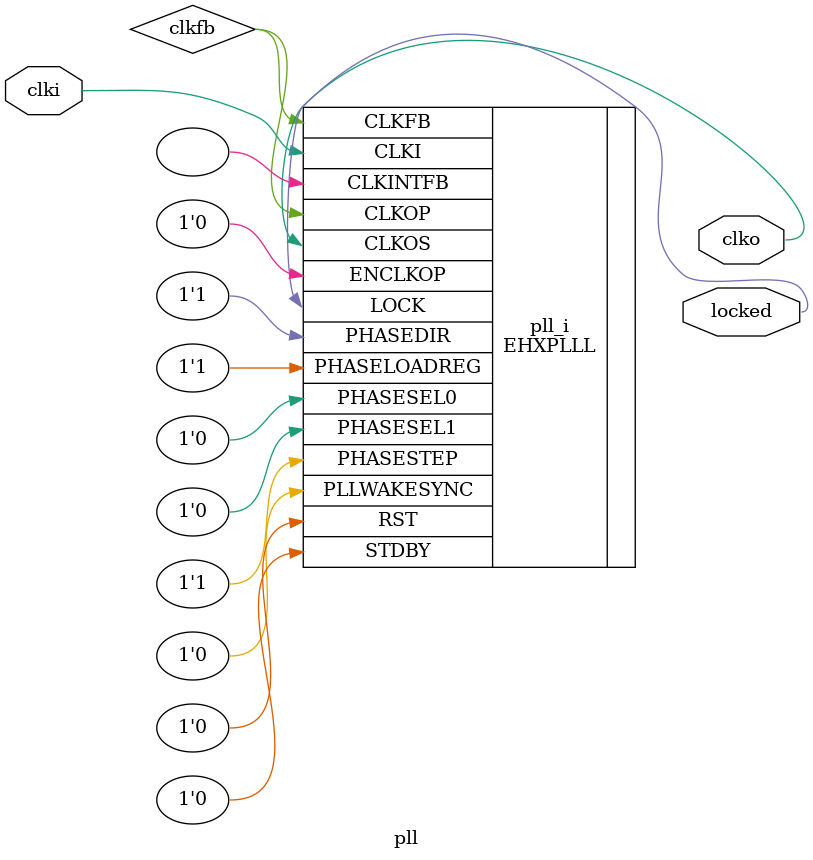
<source format=v>
module pll #(
    parameter freq = 25
) (
    input clki, // 48 MHz, 0 deg
    output clko, // 50 MHz, 0 deg
    output locked
);
wire clkfb;
(* FREQUENCY_PIN_CLKI="48" *)
(* FREQUENCY_PIN_CLKOS="50" *)
(* ICP_CURRENT="12" *) (* LPF_RESISTOR="8" *) (* MFG_ENABLE_FILTEROPAMP="1" *) (* MFG_GMCREF_SEL="2" *)
EHXPLLL #(
        .PLLRST_ENA("DISABLED"),
        .INTFB_WAKE("DISABLED"),
        .STDBY_ENABLE("DISABLED"),
        .DPHASE_SOURCE("DISABLED"),
        .OUTDIVIDER_MUXA("DIVA"),
        .OUTDIVIDER_MUXB("DIVB"),
        .OUTDIVIDER_MUXC("DIVC"),
        .OUTDIVIDER_MUXD("DIVD"),
        .CLKI_DIV(2),
        .CLKOP_ENABLE("ENABLED"),
        .CLKOP_DIV(25),
        .CLKOP_CPHASE(9),
        .CLKOP_FPHASE(0),
        .CLKOS_ENABLE("ENABLED"),
        .CLKOS_DIV(12),
        .CLKOS_CPHASE(0),
        .CLKOS_FPHASE(0),
        .FEEDBK_PATH("CLKOP"),
        .CLKFB_DIV(1)
    ) pll_i (
        .RST(1'b0),
        .STDBY(1'b0),
        .CLKI(clki),
        .CLKOP(clkfb),
        .CLKOS(clko),
        .CLKFB(clkfb),
        .CLKINTFB(),
        .PHASESEL0(1'b0),
        .PHASESEL1(1'b0),
        .PHASEDIR(1'b1),
        .PHASESTEP(1'b1),
        .PHASELOADREG(1'b1),
        .PLLWAKESYNC(1'b0),
        .ENCLKOP(1'b0),
        .LOCK(locked)
	);
endmodule

</source>
